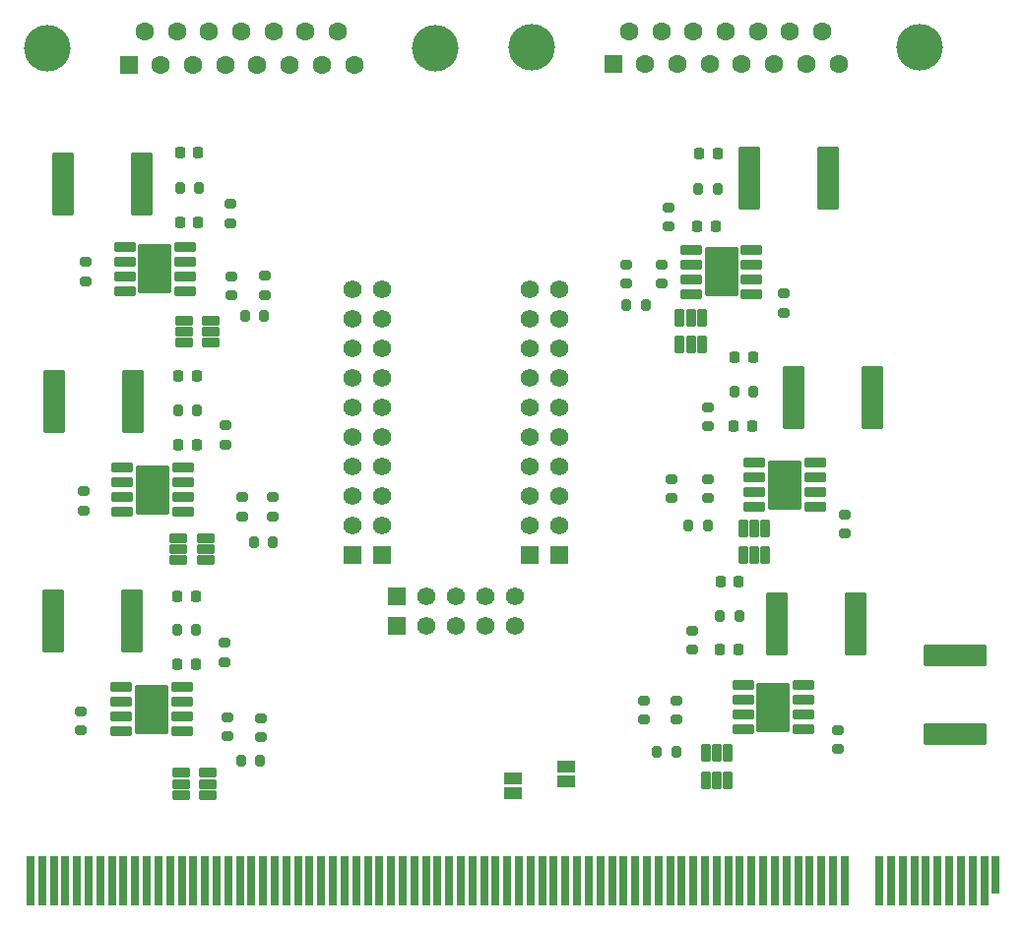
<source format=gbr>
%TF.GenerationSoftware,KiCad,Pcbnew,7.0.7*%
%TF.CreationDate,2024-02-19T11:01:40-08:00*%
%TF.ProjectId,MOSFET-board,4d4f5346-4554-42d6-926f-6172642e6b69,rev?*%
%TF.SameCoordinates,Original*%
%TF.FileFunction,Soldermask,Top*%
%TF.FilePolarity,Negative*%
%FSLAX46Y46*%
G04 Gerber Fmt 4.6, Leading zero omitted, Abs format (unit mm)*
G04 Created by KiCad (PCBNEW 7.0.7) date 2024-02-19 11:01:40*
%MOMM*%
%LPD*%
G01*
G04 APERTURE LIST*
G04 Aperture macros list*
%AMRoundRect*
0 Rectangle with rounded corners*
0 $1 Rounding radius*
0 $2 $3 $4 $5 $6 $7 $8 $9 X,Y pos of 4 corners*
0 Add a 4 corners polygon primitive as box body*
4,1,4,$2,$3,$4,$5,$6,$7,$8,$9,$2,$3,0*
0 Add four circle primitives for the rounded corners*
1,1,$1+$1,$2,$3*
1,1,$1+$1,$4,$5*
1,1,$1+$1,$6,$7*
1,1,$1+$1,$8,$9*
0 Add four rect primitives between the rounded corners*
20,1,$1+$1,$2,$3,$4,$5,0*
20,1,$1+$1,$4,$5,$6,$7,0*
20,1,$1+$1,$6,$7,$8,$9,0*
20,1,$1+$1,$8,$9,$2,$3,0*%
G04 Aperture macros list end*
%ADD10RoundRect,0.250000X2.475000X-0.712500X2.475000X0.712500X-2.475000X0.712500X-2.475000X-0.712500X0*%
%ADD11RoundRect,0.250000X-0.712500X-2.475000X0.712500X-2.475000X0.712500X2.475000X-0.712500X2.475000X0*%
%ADD12RoundRect,0.200000X-0.200000X-0.275000X0.200000X-0.275000X0.200000X0.275000X-0.200000X0.275000X0*%
%ADD13RoundRect,0.200000X0.275000X-0.200000X0.275000X0.200000X-0.275000X0.200000X-0.275000X-0.200000X0*%
%ADD14RoundRect,0.141900X0.800100X0.245100X-0.800100X0.245100X-0.800100X-0.245100X0.800100X-0.245100X0*%
%ADD15RoundRect,0.102000X1.325000X2.000000X-1.325000X2.000000X-1.325000X-2.000000X1.325000X-2.000000X0*%
%ADD16C,1.560000*%
%ADD17RoundRect,0.200000X-0.275000X0.200000X-0.275000X-0.200000X0.275000X-0.200000X0.275000X0.200000X0*%
%ADD18C,4.000000*%
%ADD19R,1.600000X1.600000*%
%ADD20C,1.600000*%
%ADD21R,1.560000X1.560000*%
%ADD22RoundRect,0.218750X-0.218750X-0.256250X0.218750X-0.256250X0.218750X0.256250X-0.218750X0.256250X0*%
%ADD23RoundRect,0.190500X-0.206500X0.606500X-0.206500X-0.606500X0.206500X-0.606500X0.206500X0.606500X0*%
%ADD24RoundRect,0.200000X0.200000X0.275000X-0.200000X0.275000X-0.200000X-0.275000X0.200000X-0.275000X0*%
%ADD25RoundRect,0.141900X-0.800100X-0.245100X0.800100X-0.245100X0.800100X0.245100X-0.800100X0.245100X0*%
%ADD26RoundRect,0.102000X-1.325000X-2.000000X1.325000X-2.000000X1.325000X2.000000X-1.325000X2.000000X0*%
%ADD27RoundRect,0.218750X0.218750X0.256250X-0.218750X0.256250X-0.218750X-0.256250X0.218750X-0.256250X0*%
%ADD28RoundRect,0.190500X-0.606500X-0.206500X0.606500X-0.206500X0.606500X0.206500X-0.606500X0.206500X0*%
%ADD29R,1.500000X1.000000*%
%ADD30RoundRect,0.250000X0.712500X2.475000X-0.712500X2.475000X-0.712500X-2.475000X0.712500X-2.475000X0*%
%ADD31R,0.700000X3.200000*%
%ADD32R,0.700000X4.300000*%
G04 APERTURE END LIST*
D10*
%TO.C,F1*%
X205451000Y-132286000D03*
X205451000Y-125511000D03*
%TD*%
D11*
%TO.C,F7*%
X190062500Y-122875000D03*
X196837500Y-122875000D03*
%TD*%
D12*
%TO.C,R85*%
X144340000Y-96350000D03*
X145990000Y-96350000D03*
%TD*%
D13*
%TO.C,R100*%
X184125000Y-112025000D03*
X184125000Y-110375000D03*
%TD*%
D14*
%TO.C,U6*%
X192408000Y-131930000D03*
X192408000Y-130660000D03*
X192408000Y-129390000D03*
X192408000Y-128120000D03*
X187178000Y-128120000D03*
X187178000Y-129390000D03*
X187178000Y-130660000D03*
X187178000Y-131930000D03*
D15*
X189793000Y-130025000D03*
%TD*%
D16*
%TO.C,*%
X168860000Y-104210000D03*
%TD*%
D17*
%TO.C,R104*%
X130500000Y-111425000D03*
X130500000Y-113075000D03*
%TD*%
%TO.C,R110*%
X195950000Y-113400000D03*
X195950000Y-115050000D03*
%TD*%
%TO.C,R33*%
X180800000Y-87025000D03*
X180800000Y-88675000D03*
%TD*%
D18*
%TO.C,J3*%
X160688000Y-73320331D03*
X127388000Y-73320331D03*
D19*
X134343000Y-74740331D03*
D20*
X137113000Y-74740331D03*
X139883000Y-74740331D03*
X142653000Y-74740331D03*
X145423000Y-74740331D03*
X148193000Y-74740331D03*
X150963000Y-74740331D03*
X153733000Y-74740331D03*
X135728000Y-71900331D03*
X138498000Y-71900331D03*
X141268000Y-71900331D03*
X144038000Y-71900331D03*
X146808000Y-71900331D03*
X149578000Y-71900331D03*
X152348000Y-71900331D03*
%TD*%
D12*
%TO.C,R22*%
X185200000Y-122125000D03*
X186850000Y-122125000D03*
%TD*%
D13*
%TO.C,R75*%
X146040000Y-94550000D03*
X146040000Y-92900000D03*
%TD*%
D21*
%TO.C,*%
X156160000Y-116910000D03*
%TD*%
D16*
%TO.C,*%
X156160000Y-111830000D03*
%TD*%
D22*
%TO.C,D49*%
X183442500Y-82350000D03*
X185017500Y-82350000D03*
%TD*%
%TO.C,D50*%
X186462500Y-99875000D03*
X188037500Y-99875000D03*
%TD*%
D13*
%TO.C,R95*%
X143190000Y-94575000D03*
X143190000Y-92925000D03*
%TD*%
D16*
%TO.C,*%
X167570000Y-120460000D03*
%TD*%
D11*
%TO.C,F10*%
X187737500Y-84500000D03*
X194512500Y-84500000D03*
%TD*%
D16*
%TO.C,U11*%
X153598900Y-94045500D03*
X153598900Y-96585500D03*
X153598900Y-99125500D03*
X153598900Y-101665500D03*
X153598900Y-104205500D03*
X153598900Y-106745500D03*
X153598900Y-109285500D03*
X153598900Y-111825500D03*
X153598900Y-114365500D03*
D21*
X153598900Y-116905500D03*
X157408900Y-123001500D03*
D16*
X159948900Y-123001500D03*
X162488900Y-123001500D03*
X165028900Y-123001500D03*
X167568900Y-123001500D03*
D21*
X171378340Y-116905500D03*
D16*
X171378340Y-114365500D03*
X171378340Y-111825500D03*
X171378340Y-109285500D03*
X171378340Y-106745500D03*
X171378340Y-104205500D03*
X171378340Y-101665500D03*
X171378340Y-99125500D03*
X171378340Y-96585500D03*
X171378340Y-94045500D03*
%TD*%
%TO.C,*%
X156160000Y-99130000D03*
%TD*%
D23*
%TO.C,U27*%
X185900000Y-133930000D03*
X184950000Y-133930000D03*
X184000000Y-133930000D03*
X184000000Y-136260000D03*
X184950000Y-136260000D03*
X185900000Y-136260000D03*
%TD*%
D17*
%TO.C,R105*%
X130690000Y-91700000D03*
X130690000Y-93350000D03*
%TD*%
D16*
%TO.C,*%
X168860000Y-94050000D03*
%TD*%
D13*
%TO.C,R94*%
X144150000Y-113575000D03*
X144150000Y-111925000D03*
%TD*%
D16*
%TO.C,*%
X156160000Y-109290000D03*
%TD*%
D24*
%TO.C,R90*%
X184125000Y-114375000D03*
X182475000Y-114375000D03*
%TD*%
D16*
%TO.C,*%
X168860000Y-106750000D03*
%TD*%
D25*
%TO.C,U1*%
X133702500Y-128290000D03*
X133702500Y-129560000D03*
X133702500Y-130830000D03*
X133702500Y-132100000D03*
X138932500Y-132100000D03*
X138932500Y-130830000D03*
X138932500Y-129560000D03*
X138932500Y-128290000D03*
D26*
X136317500Y-130195000D03*
%TD*%
D14*
%TO.C,U4*%
X193380000Y-112805000D03*
X193380000Y-111535000D03*
X193380000Y-110265000D03*
X193380000Y-108995000D03*
X188150000Y-108995000D03*
X188150000Y-110265000D03*
X188150000Y-111535000D03*
X188150000Y-112805000D03*
D15*
X190765000Y-110900000D03*
%TD*%
D12*
%TO.C,R34*%
X183350000Y-85375000D03*
X185000000Y-85375000D03*
%TD*%
D16*
%TO.C,*%
X168860000Y-109290000D03*
%TD*%
D27*
%TO.C,D44*%
X140212500Y-101525000D03*
X138637500Y-101525000D03*
%TD*%
D16*
%TO.C,*%
X168860000Y-96590000D03*
%TD*%
D28*
%TO.C,U26*%
X139100000Y-96740000D03*
X139100000Y-97690000D03*
X139100000Y-98640000D03*
X141430000Y-98640000D03*
X141430000Y-97690000D03*
X141430000Y-96740000D03*
%TD*%
D23*
%TO.C,U30*%
X183650000Y-96490000D03*
X182700000Y-96490000D03*
X181750000Y-96490000D03*
X181750000Y-98820000D03*
X182700000Y-98820000D03*
X183650000Y-98820000D03*
%TD*%
D12*
%TO.C,R84*%
X145125000Y-115775000D03*
X146775000Y-115775000D03*
%TD*%
D17*
%TO.C,R13*%
X142714750Y-105757250D03*
X142714750Y-107407250D03*
%TD*%
D13*
%TO.C,R99*%
X180150000Y-93550000D03*
X180150000Y-91900000D03*
%TD*%
D17*
%TO.C,R21*%
X182775000Y-123400000D03*
X182775000Y-125050000D03*
%TD*%
D24*
%TO.C,R10*%
X140175000Y-123375000D03*
X138525000Y-123375000D03*
%TD*%
D27*
%TO.C,D33*%
X184837500Y-88675000D03*
X183262500Y-88675000D03*
%TD*%
D13*
%TO.C,R80*%
X181025000Y-112025000D03*
X181025000Y-110375000D03*
%TD*%
D14*
%TO.C,U2*%
X187930000Y-94435000D03*
X187930000Y-93165000D03*
X187930000Y-91895000D03*
X187930000Y-90625000D03*
X182700000Y-90625000D03*
X182700000Y-91895000D03*
X182700000Y-93165000D03*
X182700000Y-94435000D03*
D15*
X185315000Y-92530000D03*
%TD*%
D28*
%TO.C,U24*%
X138840000Y-135650000D03*
X138840000Y-136600000D03*
X138840000Y-137550000D03*
X141170000Y-137550000D03*
X141170000Y-136600000D03*
X141170000Y-135650000D03*
%TD*%
D23*
%TO.C,U31*%
X189100000Y-114622500D03*
X188150000Y-114622500D03*
X187200000Y-114622500D03*
X187200000Y-116952500D03*
X188150000Y-116952500D03*
X189100000Y-116952500D03*
%TD*%
D16*
%TO.C,*%
X156160000Y-94050000D03*
%TD*%
D21*
%TO.C,*%
X168860000Y-116910000D03*
%TD*%
D16*
%TO.C,*%
X156160000Y-114370000D03*
%TD*%
%TO.C,*%
X156160000Y-104210000D03*
%TD*%
D24*
%TO.C,R14*%
X140225000Y-104500000D03*
X138575000Y-104500000D03*
%TD*%
D17*
%TO.C,R9*%
X142622250Y-124461250D03*
X142622250Y-126111250D03*
%TD*%
D27*
%TO.C,D37*%
X187962500Y-105850000D03*
X186387500Y-105850000D03*
%TD*%
D11*
%TO.C,F11*%
X191512500Y-103330000D03*
X198287500Y-103330000D03*
%TD*%
D16*
%TO.C,*%
X168860000Y-101670000D03*
%TD*%
D27*
%TO.C,D43*%
X140137500Y-120475000D03*
X138562500Y-120475000D03*
%TD*%
D17*
%TO.C,R103*%
X130225000Y-130350000D03*
X130225000Y-132000000D03*
%TD*%
D13*
%TO.C,R96*%
X181475000Y-131075000D03*
X181475000Y-129425000D03*
%TD*%
%TO.C,R76*%
X178650000Y-131075000D03*
X178650000Y-129425000D03*
%TD*%
%TO.C,R74*%
X146775000Y-113600000D03*
X146775000Y-111950000D03*
%TD*%
%TO.C,R79*%
X177175000Y-93550000D03*
X177175000Y-91900000D03*
%TD*%
D12*
%TO.C,R38*%
X186450000Y-102825000D03*
X188100000Y-102825000D03*
%TD*%
D17*
%TO.C,R109*%
X190675000Y-94400000D03*
X190675000Y-96050000D03*
%TD*%
%TO.C,R17*%
X143065000Y-86700000D03*
X143065000Y-88350000D03*
%TD*%
D29*
%TO.C,JP2*%
X167386000Y-137429000D03*
X167386000Y-136129000D03*
%TD*%
D13*
%TO.C,R73*%
X145700000Y-132575000D03*
X145700000Y-130925000D03*
%TD*%
D24*
%TO.C,R89*%
X178825000Y-95425000D03*
X177175000Y-95425000D03*
%TD*%
D18*
%TO.C,J2*%
X202344000Y-73256000D03*
X169044000Y-73256000D03*
D19*
X175999000Y-74676000D03*
D20*
X178769000Y-74676000D03*
X181539000Y-74676000D03*
X184309000Y-74676000D03*
X187079000Y-74676000D03*
X189849000Y-74676000D03*
X192619000Y-74676000D03*
X195389000Y-74676000D03*
X177384000Y-71836000D03*
X180154000Y-71836000D03*
X182924000Y-71836000D03*
X185694000Y-71836000D03*
X188464000Y-71836000D03*
X191234000Y-71836000D03*
X194004000Y-71836000D03*
%TD*%
D16*
%TO.C,*%
X159950000Y-120460000D03*
%TD*%
D22*
%TO.C,D17*%
X138752500Y-88300000D03*
X140327500Y-88300000D03*
%TD*%
D27*
%TO.C,D45*%
X140327500Y-82325000D03*
X138752500Y-82325000D03*
%TD*%
D28*
%TO.C,U25*%
X138640000Y-115460000D03*
X138640000Y-116410000D03*
X138640000Y-117360000D03*
X140970000Y-117360000D03*
X140970000Y-116410000D03*
X140970000Y-115460000D03*
%TD*%
D16*
%TO.C,*%
X168860000Y-99130000D03*
%TD*%
D21*
%TO.C,*%
X157410000Y-120460000D03*
%TD*%
D25*
%TO.C,U3*%
X133795000Y-109395000D03*
X133795000Y-110665000D03*
X133795000Y-111935000D03*
X133795000Y-113205000D03*
X139025000Y-113205000D03*
X139025000Y-111935000D03*
X139025000Y-110665000D03*
X139025000Y-109395000D03*
D26*
X136410000Y-111300000D03*
%TD*%
D16*
%TO.C,*%
X168860000Y-111830000D03*
%TD*%
D30*
%TO.C,F4*%
X134625000Y-122575000D03*
X127850000Y-122575000D03*
%TD*%
D16*
%TO.C,*%
X156160000Y-106750000D03*
%TD*%
%TO.C,*%
X162490000Y-120460000D03*
%TD*%
D17*
%TO.C,R37*%
X184200000Y-104200000D03*
X184200000Y-105850000D03*
%TD*%
D29*
%TO.C,JP1*%
X171958000Y-135128000D03*
X171958000Y-136428000D03*
%TD*%
D22*
%TO.C,D13*%
X138625250Y-107407250D03*
X140200250Y-107407250D03*
%TD*%
%TO.C,D46*%
X185250000Y-119175000D03*
X186825000Y-119175000D03*
%TD*%
D30*
%TO.C,F6*%
X135455619Y-84980001D03*
X128680619Y-84980001D03*
%TD*%
D27*
%TO.C,D21*%
X186762500Y-125050000D03*
X185187500Y-125050000D03*
%TD*%
D16*
%TO.C,*%
X156160000Y-101670000D03*
%TD*%
D24*
%TO.C,R18*%
X140415000Y-85350000D03*
X138765000Y-85350000D03*
%TD*%
D25*
%TO.C,U5*%
X134010000Y-90370000D03*
X134010000Y-91640000D03*
X134010000Y-92910000D03*
X134010000Y-94180000D03*
X139240000Y-94180000D03*
X139240000Y-92910000D03*
X139240000Y-91640000D03*
X139240000Y-90370000D03*
D26*
X136625000Y-92275000D03*
%TD*%
D24*
%TO.C,R86*%
X181450000Y-133825000D03*
X179800000Y-133825000D03*
%TD*%
D17*
%TO.C,R106*%
X195300000Y-131975000D03*
X195300000Y-133625000D03*
%TD*%
D12*
%TO.C,R83*%
X144000000Y-134625000D03*
X145650000Y-134625000D03*
%TD*%
D22*
%TO.C,D9*%
X138532750Y-126302250D03*
X140107750Y-126302250D03*
%TD*%
D16*
%TO.C,*%
X168860000Y-114370000D03*
%TD*%
%TO.C,*%
X156160000Y-96590000D03*
%TD*%
%TO.C,*%
X165030000Y-120460000D03*
%TD*%
D30*
%TO.C,F5*%
X134717500Y-103680000D03*
X127942500Y-103680000D03*
%TD*%
D13*
%TO.C,R93*%
X142875000Y-132500000D03*
X142875000Y-130850000D03*
%TD*%
D31*
%TO.C,J4*%
X208915000Y-144399000D03*
D32*
X207915000Y-144949000D03*
X206915000Y-144949000D03*
X205915000Y-144949000D03*
X204915000Y-144949000D03*
X203915000Y-144949000D03*
X202915000Y-144949000D03*
X201915000Y-144949000D03*
X200915000Y-144949000D03*
X199915000Y-144949000D03*
X198915000Y-144949000D03*
X195915000Y-144949000D03*
X194915000Y-144949000D03*
X193915000Y-144949000D03*
X192915000Y-144949000D03*
X191915000Y-144949000D03*
X190915000Y-144949000D03*
X189915000Y-144949000D03*
X188915000Y-144949000D03*
X187915000Y-144949000D03*
X186915000Y-144949000D03*
X185915000Y-144949000D03*
X184915000Y-144949000D03*
X183915000Y-144949000D03*
X182915000Y-144949000D03*
X181915000Y-144949000D03*
X180915000Y-144949000D03*
X179915000Y-144949000D03*
X178915000Y-144949000D03*
X177915000Y-144949000D03*
X176915000Y-144949000D03*
X175915000Y-144949000D03*
X174915000Y-144949000D03*
X173915000Y-144949000D03*
X172915000Y-144949000D03*
X171915000Y-144949000D03*
X170915000Y-144949000D03*
X169915000Y-144949000D03*
X168915000Y-144949000D03*
X167915000Y-144949000D03*
X166915000Y-144949000D03*
X165915000Y-144949000D03*
X164915000Y-144949000D03*
X163915000Y-144949000D03*
X162915000Y-144949000D03*
X161915000Y-144949000D03*
X160915000Y-144949000D03*
X159915000Y-144949000D03*
X158915000Y-144949000D03*
X157915000Y-144949000D03*
X156915000Y-144949000D03*
X155915000Y-144949000D03*
X154915000Y-144949000D03*
X153915000Y-144949000D03*
X152915000Y-144949000D03*
X151915000Y-144949000D03*
X150915000Y-144949000D03*
X149915000Y-144949000D03*
X148915000Y-144949000D03*
X147915000Y-144949000D03*
X146915000Y-144949000D03*
X145915000Y-144949000D03*
X144915000Y-144949000D03*
X143915000Y-144949000D03*
X142915000Y-144949000D03*
X141915000Y-144949000D03*
X140915000Y-144949000D03*
X139915000Y-144949000D03*
X138915000Y-144949000D03*
X137915000Y-144949000D03*
X136915000Y-144949000D03*
X135915000Y-144949000D03*
X134915000Y-144949000D03*
X133915000Y-144949000D03*
X132915000Y-144949000D03*
X131915000Y-144949000D03*
X130915000Y-144949000D03*
X129915000Y-144949000D03*
X128915000Y-144949000D03*
X127915000Y-144949000D03*
X126915000Y-144949000D03*
X125915000Y-144949000D03*
%TD*%
M02*

</source>
